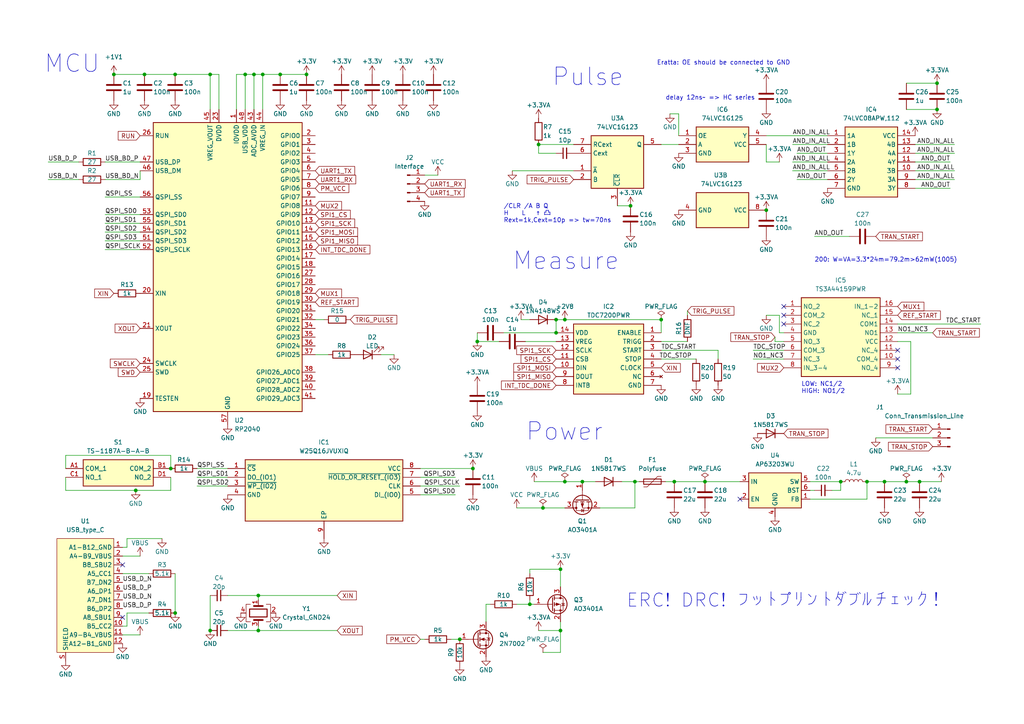
<source format=kicad_sch>
(kicad_sch (version 20230121) (generator eeschema)
  (paper "A4")
  (junction (at 195.58 139.7))
  (junction (at 137.16 135.89))
  (junction (at 162.56 165.1))
  (junction (at 163.83 139.7))
  (junction (at 162.56 182.88))
  (junction (at 262.89 139.7))
  (junction (at 271.78 24.13))
  (junction (at 81.28 21.59))
  (junction (at 157.48 147.32))
  (junction (at 168.91 139.7))
  (junction (at 204.47 139.7))
  (junction (at 184.15 139.7))
  (junction (at 39.37 142.24))
  (junction (at 182.88 59.69))
  (junction (at 74.93 172.72))
  (junction (at 153.67 175.26))
  (junction (at 161.29 96.52))
  (junction (at 74.93 182.88))
  (junction (at 138.43 99.06))
  (junction (at 243.84 139.7))
  (junction (at 73.66 21.59))
  (junction (at 71.12 21.59))
  (junction (at 49.53 135.89))
  (junction (at 88.9 21.59))
  (junction (at 163.83 92.71))
  (junction (at 251.46 139.7))
  (junction (at 156.21 41.91))
  (junction (at 191.77 92.71))
  (junction (at 266.7 139.7))
  (junction (at 60.96 182.88))
  (junction (at 33.02 21.59))
  (junction (at 271.78 31.75))
  (junction (at 222.25 60.96))
  (junction (at 76.2 21.59))
  (junction (at 161.29 92.71))
  (junction (at 41.91 21.59))
  (junction (at 50.8 177.8))
  (junction (at 133.35 185.42))
  (junction (at 50.8 21.59))
  (junction (at 256.54 139.7))
  (junction (at 60.96 21.59))
  (no_connect (at 214.63 144.78))
  (no_connect (at 227.33 88.9))
  (no_connect (at 260.35 106.68))
  (no_connect (at 35.56 179.07))
  (no_connect (at 227.33 93.98))
  (no_connect (at 260.35 101.6))
  (no_connect (at 35.56 163.83))
  (no_connect (at 227.33 91.44))
  (no_connect (at 260.35 104.14))
  (wire (pts (xy 132.08 138.43) (xy 121.92 138.43)))
  (wire (pts (xy 114.3 102.87) (xy 110.49 102.87)))
  (wire (pts (xy 265.43 52.07) (xy 276.86 52.07)))
  (wire (pts (xy 137.16 135.89) (xy 121.92 135.89)))
  (wire (pts (xy 74.93 172.72) (xy 97.79 172.72)))
  (wire (pts (xy 208.28 101.6) (xy 208.28 104.14)))
  (wire (pts (xy 142.24 175.26) (xy 140.97 175.26)))
  (wire (pts (xy 163.83 92.71) (xy 191.77 92.71)))
  (wire (pts (xy 191.77 104.14) (xy 201.93 104.14)))
  (wire (pts (xy 36.83 158.75) (xy 36.83 156.21)))
  (wire (pts (xy 149.86 147.32) (xy 157.48 147.32)))
  (wire (pts (xy 251.46 144.78) (xy 251.46 139.7)))
  (wire (pts (xy 156.21 41.91) (xy 156.21 44.45)))
  (wire (pts (xy 30.48 62.23) (xy 40.64 62.23)))
  (wire (pts (xy 191.77 101.6) (xy 208.28 101.6)))
  (wire (pts (xy 254 127) (xy 270.51 127)))
  (wire (pts (xy 226.06 96.52) (xy 226.06 91.44)))
  (wire (pts (xy 218.44 104.14) (xy 227.33 104.14)))
  (wire (pts (xy 19.05 135.89) (xy 19.05 132.08)))
  (wire (pts (xy 191.77 92.71) (xy 191.77 96.52)))
  (wire (pts (xy 260.35 114.3) (xy 264.16 114.3)))
  (wire (pts (xy 222.25 46.99) (xy 226.06 46.99)))
  (wire (pts (xy 30.48 69.85) (xy 40.64 69.85)))
  (wire (pts (xy 81.28 21.59) (xy 88.9 21.59)))
  (wire (pts (xy 276.86 41.91) (xy 265.43 41.91)))
  (wire (pts (xy 60.96 21.59) (xy 60.96 31.75)))
  (wire (pts (xy 229.87 49.53) (xy 240.03 49.53)))
  (wire (pts (xy 49.53 132.08) (xy 49.53 135.89)))
  (wire (pts (xy 191.77 41.91) (xy 196.85 41.91)))
  (wire (pts (xy 222.25 39.37) (xy 240.03 39.37)))
  (wire (pts (xy 50.8 21.59) (xy 60.96 21.59)))
  (wire (pts (xy 163.83 139.7) (xy 168.91 139.7)))
  (wire (pts (xy 40.64 184.15) (xy 35.56 184.15)))
  (wire (pts (xy 35.56 166.37) (xy 43.18 166.37)))
  (wire (pts (xy 63.5 21.59) (xy 63.5 31.75)))
  (wire (pts (xy 36.83 181.61) (xy 35.56 181.61)))
  (wire (pts (xy 262.89 31.75) (xy 271.78 31.75)))
  (wire (pts (xy 184.15 147.32) (xy 184.15 139.7)))
  (wire (pts (xy 60.96 172.72) (xy 60.96 182.88)))
  (wire (pts (xy 39.37 142.24) (xy 49.53 142.24)))
  (wire (pts (xy 41.91 21.59) (xy 50.8 21.59)))
  (wire (pts (xy 127 50.8) (xy 123.19 50.8)))
  (wire (pts (xy 40.64 52.07) (xy 30.48 52.07)))
  (wire (pts (xy 33.02 21.59) (xy 41.91 21.59)))
  (wire (pts (xy 74.93 173.99) (xy 74.93 172.72)))
  (wire (pts (xy 185.42 139.7) (xy 184.15 139.7)))
  (wire (pts (xy 231.14 44.45) (xy 240.03 44.45)))
  (wire (pts (xy 256.54 139.7) (xy 262.89 139.7)))
  (wire (pts (xy 57.15 135.89) (xy 66.04 135.89)))
  (wire (pts (xy 153.67 173.99) (xy 153.67 175.26)))
  (wire (pts (xy 138.43 96.52) (xy 138.43 99.06)))
  (wire (pts (xy 76.2 21.59) (xy 76.2 31.75)))
  (wire (pts (xy 222.25 91.44) (xy 226.06 91.44)))
  (wire (pts (xy 224.79 97.79) (xy 224.79 99.06)))
  (wire (pts (xy 195.58 139.7) (xy 193.04 139.7)))
  (wire (pts (xy 40.64 161.29) (xy 35.56 161.29)))
  (wire (pts (xy 162.56 189.23) (xy 157.48 189.23)))
  (wire (pts (xy 49.53 142.24) (xy 49.53 138.43)))
  (wire (pts (xy 140.97 175.26) (xy 140.97 180.34)))
  (wire (pts (xy 146.05 96.52) (xy 161.29 96.52)))
  (wire (pts (xy 163.83 92.71) (xy 161.29 92.71)))
  (wire (pts (xy 151.13 92.71) (xy 153.67 92.71)))
  (wire (pts (xy 168.91 139.7) (xy 172.72 139.7)))
  (wire (pts (xy 154.94 139.7) (xy 163.83 139.7)))
  (wire (pts (xy 262.89 24.13) (xy 271.78 24.13)))
  (wire (pts (xy 66.04 172.72) (xy 74.93 172.72)))
  (wire (pts (xy 162.56 182.88) (xy 156.21 182.88)))
  (wire (pts (xy 73.66 31.75) (xy 73.66 21.59)))
  (wire (pts (xy 133.35 140.97) (xy 121.92 140.97)))
  (wire (pts (xy 19.05 138.43) (xy 19.05 142.24)))
  (wire (pts (xy 180.34 139.7) (xy 184.15 139.7)))
  (wire (pts (xy 227.33 96.52) (xy 226.06 96.52)))
  (wire (pts (xy 275.59 46.99) (xy 265.43 46.99)))
  (wire (pts (xy 195.58 139.7) (xy 204.47 139.7)))
  (wire (pts (xy 260.35 96.52) (xy 270.51 96.52)))
  (wire (pts (xy 199.39 91.44) (xy 199.39 90.17)))
  (wire (pts (xy 36.83 156.21) (xy 46.99 156.21)))
  (wire (pts (xy 74.93 181.61) (xy 74.93 182.88)))
  (wire (pts (xy 36.83 177.8) (xy 43.18 177.8)))
  (wire (pts (xy 57.15 138.43) (xy 66.04 138.43)))
  (wire (pts (xy 36.83 177.8) (xy 36.83 181.61)))
  (wire (pts (xy 153.67 175.26) (xy 154.94 175.26)))
  (wire (pts (xy 60.96 21.59) (xy 63.5 21.59)))
  (wire (pts (xy 138.43 99.06) (xy 144.78 99.06)))
  (wire (pts (xy 276.86 49.53) (xy 265.43 49.53)))
  (wire (pts (xy 71.12 21.59) (xy 73.66 21.59)))
  (wire (pts (xy 161.29 92.71) (xy 161.29 96.52)))
  (wire (pts (xy 76.2 21.59) (xy 81.28 21.59)))
  (wire (pts (xy 66.04 182.88) (xy 74.93 182.88)))
  (wire (pts (xy 162.56 189.23) (xy 162.56 182.88)))
  (wire (pts (xy 93.98 92.71) (xy 91.44 92.71)))
  (wire (pts (xy 273.05 139.7) (xy 266.7 139.7)))
  (wire (pts (xy 265.43 44.45) (xy 276.86 44.45)))
  (wire (pts (xy 57.15 140.97) (xy 66.04 140.97)))
  (wire (pts (xy 148.59 49.53) (xy 166.37 49.53)))
  (wire (pts (xy 74.93 182.88) (xy 97.79 182.88)))
  (wire (pts (xy 68.58 31.75) (xy 68.58 21.59)))
  (wire (pts (xy 236.22 68.58) (xy 246.38 68.58)))
  (wire (pts (xy 234.95 144.78) (xy 251.46 144.78)))
  (wire (pts (xy 231.14 52.07) (xy 240.03 52.07)))
  (wire (pts (xy 196.85 33.02) (xy 194.31 33.02)))
  (wire (pts (xy 224.79 99.06) (xy 227.33 99.06)))
  (wire (pts (xy 35.56 158.75) (xy 36.83 158.75)))
  (wire (pts (xy 243.84 142.24) (xy 243.84 139.7)))
  (wire (pts (xy 19.05 132.08) (xy 49.53 132.08)))
  (wire (pts (xy 162.56 180.34) (xy 162.56 182.88)))
  (wire (pts (xy 30.48 46.99) (xy 40.64 46.99)))
  (wire (pts (xy 156.21 41.91) (xy 166.37 41.91)))
  (wire (pts (xy 68.58 21.59) (xy 71.12 21.59)))
  (wire (pts (xy 284.48 93.98) (xy 260.35 93.98)))
  (wire (pts (xy 153.67 165.1) (xy 162.56 165.1)))
  (wire (pts (xy 156.21 44.45) (xy 161.29 44.45)))
  (wire (pts (xy 152.4 99.06) (xy 161.29 99.06)))
  (wire (pts (xy 149.86 175.26) (xy 153.67 175.26)))
  (wire (pts (xy 71.12 31.75) (xy 71.12 21.59)))
  (wire (pts (xy 275.59 54.61) (xy 265.43 54.61)))
  (wire (pts (xy 218.44 101.6) (xy 227.33 101.6)))
  (wire (pts (xy 153.67 166.37) (xy 153.67 165.1)))
  (wire (pts (xy 229.87 41.91) (xy 240.03 41.91)))
  (wire (pts (xy 132.08 143.51) (xy 121.92 143.51)))
  (wire (pts (xy 13.97 46.99) (xy 22.86 46.99)))
  (wire (pts (xy 13.97 52.07) (xy 22.86 52.07)))
  (wire (pts (xy 236.22 142.24) (xy 234.95 142.24)))
  (wire (pts (xy 251.46 139.7) (xy 256.54 139.7)))
  (wire (pts (xy 264.16 99.06) (xy 260.35 99.06)))
  (wire (pts (xy 73.66 21.59) (xy 76.2 21.59)))
  (wire (pts (xy 173.99 147.32) (xy 184.15 147.32)))
  (wire (pts (xy 229.87 46.99) (xy 240.03 46.99)))
  (wire (pts (xy 30.48 67.31) (xy 40.64 67.31)))
  (wire (pts (xy 95.25 102.87) (xy 91.44 102.87)))
  (wire (pts (xy 30.48 72.39) (xy 40.64 72.39)))
  (wire (pts (xy 162.56 165.1) (xy 162.56 170.18)))
  (wire (pts (xy 19.05 142.24) (xy 39.37 142.24)))
  (wire (pts (xy 264.16 114.3) (xy 264.16 99.06)))
  (wire (pts (xy 121.92 185.42) (xy 123.19 185.42)))
  (wire (pts (xy 196.85 33.02) (xy 196.85 39.37)))
  (wire (pts (xy 222.25 41.91) (xy 222.25 46.99)))
  (wire (pts (xy 40.64 49.53) (xy 40.64 52.07)))
  (wire (pts (xy 204.47 139.7) (xy 214.63 139.7)))
  (wire (pts (xy 234.95 139.7) (xy 243.84 139.7)))
  (wire (pts (xy 262.89 139.7) (xy 266.7 139.7)))
  (wire (pts (xy 50.8 166.37) (xy 50.8 177.8)))
  (wire (pts (xy 157.48 147.32) (xy 163.83 147.32)))
  (wire (pts (xy 179.07 59.69) (xy 182.88 59.69)))
  (wire (pts (xy 30.48 64.77) (xy 40.64 64.77)))
  (wire (pts (xy 243.84 142.24) (xy 241.3 142.24)))
  (wire (pts (xy 191.77 99.06) (xy 199.39 99.06)))
  (wire (pts (xy 30.48 57.15) (xy 40.64 57.15)))
  (wire (pts (xy 130.81 185.42) (xy 133.35 185.42)))
  (text "LOW: NC1/2\nHIGH: NO1/2" (at 232.41 114.3 0) (effects (font (size 1.27 1.27)) (justify left bottom)))
  (text "200: W=VA=3.3*24m=79.2m>62mW(1005)" (at 236.22 76.2 0) (effects (font (size 1.27 1.27)) (justify left bottom)))
  (text "Pulse" (at 160.02 25.4 0) (effects (font (size 5.08 5.08)) (justify left bottom)))
  (text "Power" (at 152.4 128.27 0) (effects (font (size 5.08 5.08)) (justify left bottom)))
  (text "delay 12ns~ => HC series" (at 193.04 29.21 0) (effects (font (size 1.27 1.27)) (justify left bottom)))
  (text "ERC! DRC! フットプリントダブルチェック！" (at 181.61 176.53 0) (effects (font (size 3.81 3.81)) (justify left bottom)))
  (text "MCU" (at 12.7 21.59 0) (effects (font (size 5.08 5.08)) (justify left bottom)))
  (text "/CLR /A B Q\nH    L   ↑ 凸\nRext=1k,Cext=10p => tw=70ns" (at 146.05 64.77 0) (effects (font (size 1.27 1.27)) (justify left bottom)))
  (text "Eratta: OE should be connected to GND" (at 190.5 19.05 0) (effects (font (size 1.27 1.27)) (justify left bottom)))
  (text "Measure" (at 148.59 78.74 0) (effects (font (size 5.08 5.08)) (justify left bottom)))
  (label "USB_D_P" (at 35.56 176.53 0))
  (label "AND_IN_ALL" (at 229.87 49.53 0))
  (label "USB_D_P" (at 13.97 46.99 0))
  (label "USB_BD_N" (at 30.48 52.07 0))
  (label "AND_OUT" (at 236.22 68.58 0))
  (label "USB_BD_P" (at 30.48 46.99 0))
  (label "AND_IN_ALL" (at 229.87 39.37 0))
  (label "QSPI_SS" (at 30.48 57.15 0))
  (label "TDC_STOP" (at 218.44 101.6 0))
  (label "AND_OUT" (at 231.14 44.45 0))
  (label "QSPI_SD0" (at 30.48 62.23 0))
  (label "AND_IN_ALL" (at 276.86 44.45 180))
  (label "NO1_NC3" (at 260.35 96.52 0))
  (label "NO1_NC3" (at 218.44 104.14 0))
  (label "AND_OUT" (at 275.59 54.61 180))
  (label "QSPI_SD2" (at 30.48 67.31 0))
  (label "QSPI_SD1" (at 30.48 64.77 0))
  (label "AND_IN_ALL" (at 276.86 49.53 180))
  (label "QSPI_SD3" (at 132.08 138.43 180))
  (label "AND_IN_ALL" (at 276.86 52.07 180))
  (label "USB_D_P" (at 35.56 171.45 0))
  (label "USB_D_N" (at 13.97 52.07 0))
  (label "QSPI_SCLK" (at 133.35 140.97 180))
  (label "AND_IN_ALL" (at 229.87 46.99 0))
  (label "QSPI_SCLK" (at 30.48 72.39 0))
  (label "AND_IN_ALL" (at 229.87 41.91 0))
  (label "AND_OUT" (at 275.59 46.99 180))
  (label "QSPI_SD0" (at 132.08 143.51 180))
  (label "TDC_STOP" (at 200.66 104.14 180))
  (label "QSPI_SD2" (at 57.15 140.97 0))
  (label "QSPI_SS" (at 57.15 135.89 0))
  (label "TDC_START" (at 201.93 101.6 180))
  (label "TDC_START" (at 284.48 93.98 180))
  (label "USB_D_N" (at 35.56 168.91 0))
  (label "QSPI_SD3" (at 30.48 69.85 0))
  (label "AND_OUT" (at 231.14 52.07 0))
  (label "QSPI_SD1" (at 57.15 138.43 0))
  (label "USB_D_N" (at 35.56 173.99 0))
  (label "AND_IN_ALL" (at 276.86 41.91 180))
  (global_label "TRAN_STOP" (shape input) (at 270.51 129.54 180) (property "Intersheetrefs" "${INTERSHEET_REFS}" (effects hide)))
  (global_label "PM_VCC" (shape input) (at 121.92 185.42 180) (property "Intersheetrefs" "${INTERSHEET_REFS}" (effects hide)))
  (global_label "MUX1" (shape input) (at 260.35 88.9 0) (property "Intersheetrefs" "${INTERSHEET_REFS}" (effects hide)))
  (global_label "MUX2" (shape input) (at 227.33 106.68 180) (property "Intersheetrefs" "${INTERSHEET_REFS}" (effects hide)))
  (global_label "SPI1_SCK" (shape input) (at 91.44 64.77 0) (property "Intersheetrefs" "${INTERSHEET_REFS}" (effects hide)))
  (global_label "TRAN_START" (shape input) (at 270.51 124.46 180) (property "Intersheetrefs" "${INTERSHEET_REFS}" (effects hide)))
  (global_label "XOUT" (shape input) (at 40.64 95.25 180) (property "Intersheetrefs" "${INTERSHEET_REFS}" (effects hide)))
  (global_label "SPI1_MISO" (shape input) (at 91.44 69.85 0) (property "Intersheetrefs" "${INTERSHEET_REFS}" (effects hide)))
  (global_label "INT_TDC_DONE" (shape input) (at 91.44 72.39 0) (property "Intersheetrefs" "${INTERSHEET_REFS}" (effects hide)))
  (global_label "XIN" (shape input) (at 33.02 85.09 180) (property "Intersheetrefs" "${INTERSHEET_REFS}" (effects hide)))
  (global_label "SPI1_MOSI" (shape input) (at 161.29 106.68 180) (property "Intersheetrefs" "${INTERSHEET_REFS}" (effects hide)))
  (global_label "SPI1_SCK" (shape input) (at 161.29 101.6 180) (property "Intersheetrefs" "${INTERSHEET_REFS}" (effects hide)))
  (global_label "INT_TDC_DONE" (shape input) (at 161.29 111.76 180) (property "Intersheetrefs" "${INTERSHEET_REFS}" (effects hide)))
  (global_label "REF_START" (shape input) (at 260.35 91.44 0) (property "Intersheetrefs" "${INTERSHEET_REFS}" (effects hide)))
  (global_label "XIN" (shape input) (at 97.79 172.72 0) (property "Intersheetrefs" "${INTERSHEET_REFS}" (effects hide)))
  (global_label "TRAN_START" (shape input) (at 270.51 96.52 0) (property "Intersheetrefs" "${INTERSHEET_REFS}" (effects hide)))
  (global_label "TRIG_PULSE" (shape input) (at 101.6 92.71 0) (property "Intersheetrefs" "${INTERSHEET_REFS}" (effects hide)))
  (global_label "PM_VCC" (shape input) (at 91.44 54.61 0) (property "Intersheetrefs" "${INTERSHEET_REFS}" (effects hide)))
  (global_label "TRAN_STOP" (shape input) (at 224.79 97.79 180) (property "Intersheetrefs" "${INTERSHEET_REFS}" (effects hide)))
  (global_label "UART1_TX" (shape input) (at 91.44 49.53 0) (property "Intersheetrefs" "${INTERSHEET_REFS}" (effects hide)))
  (global_label "RUN" (shape input) (at 40.64 39.37 180) (property "Intersheetrefs" "${INTERSHEET_REFS}" (effects hide)))
  (global_label "SWCLK" (shape input) (at 40.64 105.41 180) (property "Intersheetrefs" "${INTERSHEET_REFS}" (effects hide)))
  (global_label "MUX1" (shape input) (at 91.44 85.09 0) (property "Intersheetrefs" "${INTERSHEET_REFS}" (effects hide)))
  (global_label "XIN" (shape input) (at 191.77 106.68 0) (property "Intersheetrefs" "${INTERSHEET_REFS}" (effects hide)))
  (global_label "SPI1_MOSI" (shape input) (at 91.44 67.31 0) (property "Intersheetrefs" "${INTERSHEET_REFS}" (effects hide)))
  (global_label "TRAN_STOP" (shape input) (at 227.33 125.73 0) (property "Intersheetrefs" "${INTERSHEET_REFS}" (effects hide)))
  (global_label "TRIG_PULSE" (shape input) (at 199.39 90.17 0) (property "Intersheetrefs" "${INTERSHEET_REFS}" (effects hide)))
  (global_label "TRAN_START" (shape input) (at 254 68.58 0) (property "Intersheetrefs" "${INTERSHEET_REFS}" (effects hide)))
  (global_label "SPI1_CS" (shape input) (at 91.44 62.23 0) (property "Intersheetrefs" "${INTERSHEET_REFS}" (effects hide)))
  (global_label "UART1_RX" (shape input) (at 123.19 53.34 0) (property "Intersheetrefs" "${INTERSHEET_REFS}" (effects hide)))
  (global_label "UART1_RX" (shape input) (at 91.44 52.07 0) (property "Intersheetrefs" "${INTERSHEET_REFS}" (effects hide)))
  (global_label "UART1_TX" (shape input) (at 123.19 55.88 0) (property "Intersheetrefs" "${INTERSHEET_REFS}" (effects hide)))
  (global_label "SPI1_CS" (shape input) (at 161.29 104.14 180) (property "Intersheetrefs" "${INTERSHEET_REFS}" (effects hide)))
  (global_label "REF_START" (shape input) (at 91.44 87.63 0) (property "Intersheetrefs" "${INTERSHEET_REFS}" (effects hide)))
  (global_label "SWD" (shape input) (at 40.64 107.95 180) (property "Intersheetrefs" "${INTERSHEET_REFS}" (effects hide)))
  (global_label "MUX2" (shape input) (at 91.44 59.69 0) (property "Intersheetrefs" "${INTERSHEET_REFS}" (effects hide)))
  (global_label "XOUT" (shape input) (at 97.79 182.88 0) (property "Intersheetrefs" "${INTERSHEET_REFS}" (effects hide)))
  (global_label "TRIG_PULSE" (shape input) (at 166.37 52.07 180) (property "Intersheetrefs" "${INTERSHEET_REFS}" (effects hide)))
  (global_label "SPI1_MISO" (shape input) (at 161.29 109.22 180) (property "Intersheetrefs" "${INTERSHEET_REFS}" (effects hide)))
  (symbol (lib_id "SamacSys_Parts:TS3A44159PWR") (at 227.33 88.9 0) (unit 1)
    (property "Reference" "IC5" (at 243.84 81.28 0))
    (property "Value" "TS3A44159PWR" (at 243.84 83.82 0))
    (property "Footprint" "SamacSys_Parts:SOP65P640X120-16N" (effects hide))
    (property "Datasheet" "http://www.ti.com/lit/ds/symlink/ts3a44159.pdf" (effects hide))
    (property "Height" "1.2" (effects hide))
    (property "Manufacturer_Name" "Texas Instruments" (effects hide))
    (property "Manufacturer_Part_Number" "TS3A44159PWR" (effects hide))
    (property "Mouser Part Number" "595-TS3A44159PWR" (effects hide))
    (property "Mouser Price/Stock" "https://www.mouser.co.uk/ProductDetail/Texas-Instruments/TS3A44159PWR?qs=dB0LedT%252BmmARd7quMk3vJQ%3D%3D" (effects hide))
    (property "Arrow Part Number" "TS3A44159PWR" (effects hide))
    (property "Arrow Price/Stock" "https://www.arrow.com/en/products/ts3a44159pwr/texas-instruments?region=nac" (effects hide))
  )
  (symbol (lib_id "Device:R") (at 199.39 95.25 180) (unit 1)
    (property "Reference" "R16" (at 196.85 95.25 90))
    (property "Value" "DNF" (at 199.39 95.25 90))
    (property "Footprint" "Resistor_SMD:R_0402_1005Metric" (effects hide))
  )
  (symbol (lib_id "power:GND") (at 123.19 58.42 0) (unit 1)
    (property "Reference" "#PWR02" (effects hide))
    (property "Value" "GND" (at 123.19 62.23 0))
  )
  (symbol (lib_id "Device:R") (at 26.67 46.99 90) (unit 1)
    (property "Reference" "R1" (at 26.67 44.45 90))
    (property "Value" "27" (at 26.67 46.99 90))
    (property "Footprint" "Resistor_SMD:R_0603_1608Metric" (effects hide))
  )
  (symbol (lib_id "power:+3.3VA") (at 226.06 46.99 0) (unit 1)
    (property "Reference" "#PWR056" (effects hide))
    (property "Value" "+3.3VA" (at 226.06 43.18 0))
  )
  (symbol (lib_id "power:+3.3V") (at 125.73 21.59 0) (unit 1)
    (property "Reference" "#PWR031" (effects hide))
    (property "Value" "+3.3V" (at 125.73 17.78 0))
  )
  (symbol (lib_id "Device:R") (at 201.93 107.95 0) (unit 1)
    (property "Reference" "R20" (at 203.2 106.68 0) (effects (justify left)))
    (property "Value" "50" (at 203.2 109.22 0) (effects (justify left)))
    (property "Footprint" "Resistor_SMD:R_0603_1608Metric" (effects hide))
  )
  (symbol (lib_id "Transistor_FET:AO3401A") (at 168.91 144.78 90) (mirror x) (unit 1)
    (property "Reference" "Q1" (at 168.91 151.13 90))
    (property "Value" "AO3401A" (at 168.91 153.67 90))
    (property "Footprint" "Package_TO_SOT_SMD:SOT-23" (effects hide))
    (property "Datasheet" "http://www.aosmd.com/pdfs/datasheet/AO3401A.pdf" (effects hide))
  )
  (symbol (lib_id "power:GND") (at 107.95 29.21 0) (unit 1)
    (property "Reference" "#PWR026" (effects hide))
    (property "Value" "GND" (at 107.95 33.02 0))
  )
  (symbol (lib_id "power:GND") (at 219.71 125.73 0) (unit 1)
    (property "Reference" "#PWR069" (effects hide))
    (property "Value" "GND" (at 219.71 129.54 0))
  )
  (symbol (lib_id "Device:C_Small") (at 163.83 44.45 90) (unit 1)
    (property "Reference" "C15" (at 163.8363 38.1 90))
    (property "Value" "10p" (at 163.8363 40.64 90))
    (property "Footprint" "Capacitor_SMD:C_0402_1005Metric" (effects hide))
  )
  (symbol (lib_id "power:VCC") (at 127 50.8 0) (unit 1)
    (property "Reference" "#PWR057" (effects hide))
    (property "Value" "VCC" (at 127 46.99 0))
  )
  (symbol (lib_id "Device:C") (at 88.9 25.4 0) (unit 1)
    (property "Reference" "C7" (at 91.44 24.13 0) (effects (justify left)))
    (property "Value" "100n" (at 91.44 26.67 0) (effects (justify left)))
    (property "Footprint" "Capacitor_SMD:C_0402_1005Metric" (effects hide))
  )
  (symbol (lib_id "power:GND") (at 195.58 147.32 0) (unit 1)
    (property "Reference" "#PWR044" (effects hide))
    (property "Value" "GND" (at 195.58 151.13 0))
  )
  (symbol (lib_id "power:+3.3V") (at 137.16 135.89 0) (unit 1)
    (property "Reference" "#PWR029" (effects hide))
    (property "Value" "+3.3V" (at 137.16 132.08 0))
  )
  (symbol (lib_id "power:+3.3VA") (at 222.25 24.13 0) (unit 1)
    (property "Reference" "#PWR051" (effects hide))
    (property "Value" "+3.3VA" (at 222.25 20.32 0))
  )
  (symbol (lib_id "power:PWR_FLAG") (at 191.77 92.71 0) (unit 1)
    (property "Reference" "#FLG06" (effects hide))
    (property "Value" "PWR_FLAG" (at 191.77 88.9 0))
  )
  (symbol (lib_id "Device:C") (at 204.47 143.51 0) (unit 1)
    (property "Reference" "C18" (at 207.01 142.24 0) (effects (justify left)))
    (property "Value" "22u" (at 207.01 144.78 0) (effects (justify left)))
    (property "Footprint" "Capacitor_SMD:C_0603_1608Metric" (effects hide))
  )
  (symbol (lib_id "power:GND") (at 182.88 67.31 0) (unit 1)
    (property "Reference" "#PWR041" (effects hide))
    (property "Value" "GND" (at 182.88 71.12 0))
  )
  (symbol (lib_id "power:+2V8") (at 163.83 92.71 0) (unit 1)
    (property "Reference" "#PWR042" (effects hide))
    (property "Value" "+2V8" (at 163.83 88.9 0))
  )
  (symbol (lib_id "Device:C") (at 99.06 25.4 0) (unit 1)
    (property "Reference" "C8" (at 101.6 24.13 0) (effects (justify left)))
    (property "Value" "100n" (at 101.6 26.67 0) (effects (justify left)))
    (property "Footprint" "Capacitor_SMD:C_0402_1005Metric" (effects hide))
  )
  (symbol (lib_id "Device:C_Small") (at 238.76 142.24 90) (unit 1)
    (property "Reference" "C22" (at 238.7663 135.89 90))
    (property "Value" "100n" (at 238.7663 138.43 90))
    (property "Footprint" "Capacitor_SMD:C_0402_1005Metric" (effects hide))
  )
  (symbol (lib_id "power:GND") (at 41.91 29.21 0) (unit 1)
    (property "Reference" "#PWR010" (effects hide))
    (property "Value" "GND" (at 41.91 33.02 0))
  )
  (symbol (lib_id "Device:Polyfuse") (at 189.23 139.7 90) (unit 1)
    (property "Reference" "F1" (at 189.23 133.35 90))
    (property "Value" "Polyfuse" (at 189.23 135.89 90))
    (property "Footprint" "Fuse:Fuse_0603_1608Metric" (effects hide))
  )
  (symbol (lib_id "power:PWR_FLAG") (at 163.83 139.7 0) (unit 1)
    (property "Reference" "#FLG02" (effects hide))
    (property "Value" "PWR_FLAG" (at 163.83 135.89 0))
  )
  (symbol (lib_id "Device:C") (at 250.19 68.58 90) (unit 1)
    (property "Reference" "C27" (at 250.19 62.23 90))
    (property "Value" "100n" (at 250.19 64.77 90))
    (property "Footprint" "Capacitor_SMD:C_0402_1005Metric" (effects hide))
  )
  (symbol (lib_id "SamacSys_Parts:TS-1187A-B-A-B") (at 19.05 135.89 0) (unit 1)
    (property "Reference" "S1" (at 34.29 128.27 0))
    (property "Value" "TS-1187A-B-A-B" (at 34.29 130.81 0))
    (property "Footprint" "TS1187ABAB" (effects hide))
    (property "Datasheet" "http://www.helloxkb.com/public/images/pdf/TS-1187A-X-X-X.pdf" (effects hide))
    (property "Height" "4.05" (effects hide))
    (property "Manufacturer_Name" "XKB Connectivity" (effects hide))
    (property "Manufacturer_Part_Number" "TS-1187A-B-A-B" (effects hide))
  )
  (symbol (lib_id "power:GND") (at 80.01 177.8 0) (unit 1)
    (property "Reference" "#PWR019" (effects hide))
    (property "Value" "GND" (at 80.01 181.61 0))
  )
  (symbol (lib_id "power:GND") (at 125.73 29.21 0) (unit 1)
    (property "Reference" "#PWR032" (effects hide))
    (property "Value" "GND" (at 125.73 33.02 0))
  )
  (symbol (lib_id "power:+3.3VA") (at 156.21 182.88 0) (unit 1)
    (property "Reference" "#PWR039" (effects hide))
    (property "Value" "+3.3VA" (at 156.21 179.07 0))
  )
  (symbol (lib_id "power:GND") (at 60.96 182.88 0) (unit 1)
    (property "Reference" "#PWR015" (effects hide))
    (property "Value" "GND" (at 60.96 186.69 0))
  )
  (symbol (lib_id "power:GND") (at 191.77 111.76 0) (unit 1)
    (property "Reference" "#PWR043" (effects hide))
    (property "Value" "GND" (at 191.77 115.57 0))
  )
  (symbol (lib_id "power:+3.3VA") (at 222.25 60.96 0) (unit 1)
    (property "Reference" "#PWR053" (effects hide))
    (property "Value" "+3.3VA" (at 222.25 57.15 0))
  )
  (symbol (lib_id "power:GND") (at 208.28 111.76 0) (unit 1)
    (property "Reference" "#PWR072" (effects hide))
    (property "Value" "GND" (at 208.28 115.57 0))
  )
  (symbol (lib_id "power:GND") (at 254 127 0) (unit 1)
    (property "Reference" "#PWR061" (effects hide))
    (property "Value" "GND" (at 254 130.81 0))
  )
  (symbol (lib_id "power:PWR_FLAG") (at 157.48 147.32 0) (unit 1)
    (property "Reference" "#FLG01" (effects hide))
    (property "Value" "PWR_FLAG" (at 157.48 143.51 0))
  )
  (symbol (lib_id "Device:C") (at 107.95 25.4 0) (unit 1)
    (property "Reference" "C9" (at 110.49 24.13 0) (effects (justify left)))
    (property "Value" "100n" (at 110.49 26.67 0) (effects (justify left)))
    (property "Footprint" "Capacitor_SMD:C_0402_1005Metric" (effects hide))
  )
  (symbol (lib_id "Device:R") (at 97.79 92.71 90) (unit 1)
    (property "Reference" "R15" (at 97.79 90.17 90))
    (property "Value" "0" (at 97.79 92.71 90))
    (property "Footprint" "Resistor_SMD:R_0402_1005Metric" (effects hide))
  )
  (symbol (lib_id "power:GND") (at 46.99 156.21 0) (unit 1)
    (property "Reference" "#PWR012" (effects hide))
    (property "Value" "GND" (at 46.99 160.02 0))
  )
  (symbol (lib_id "Device:C") (at 81.28 25.4 0) (unit 1)
    (property "Reference" "C6" (at 83.82 24.13 0) (effects (justify left)))
    (property "Value" "1u" (at 83.82 26.67 0) (effects (justify left)))
    (property "Footprint" "Capacitor_SMD:C_0402_1005Metric" (effects hide))
  )
  (symbol (lib_id "power:VBUS") (at 40.64 161.29 0) (unit 1)
    (property "Reference" "#PWR08" (effects hide))
    (property "Value" "VBUS" (at 40.64 157.48 0))
  )
  (symbol (lib_id "Device:C") (at 148.59 99.06 90) (unit 1)
    (property "Reference" "C14" (at 148.59 92.71 90))
    (property "Value" "1u" (at 148.59 95.25 90))
    (property "Footprint" "Capacitor_SMD:C_0402_1005Metric" (effects hide))
  )
  (symbol (lib_id "power:PWR_FLAG") (at 204.47 139.7 0) (unit 1)
    (property "Reference" "#FLG04" (effects hide))
    (property "Value" "PWR_FLAG" (at 204.47 135.89 0))
  )
  (symbol (lib_id "power:GND") (at 196.85 60.96 0) (unit 1)
    (property "Reference" "#PWR047" (effects hide))
    (property "Value" "GND" (at 196.85 64.77 0))
  )
  (symbol (lib_id "Device:C") (at 256.54 143.51 0) (unit 1)
    (property "Reference" "C23" (at 259.08 142.24 0) (effects (justify left)))
    (property "Value" "22u" (at 259.08 144.78 0) (effects (justify left)))
    (property "Footprint" "Capacitor_SMD:C_0603_1608Metric" (effects hide))
  )
  (symbol (lib_id "Device:C") (at 125.73 25.4 0) (unit 1)
    (property "Reference" "C12" (at 128.27 24.13 0) (effects (justify left)))
    (property "Value" "100n" (at 128.27 26.67 0) (effects (justify left)))
    (property "Footprint" "Capacitor_SMD:C_0402_1005Metric" (effects hide))
  )
  (symbol (lib_id "SamacSys_Parts:W25Q16JVUXIQ") (at 66.04 135.89 0) (unit 1)
    (property "Reference" "IC1" (at 93.98 128.27 0))
    (property "Value" "W25Q16JVUXIQ" (at 93.98 130.81 0))
    (property "Footprint" "SamacSys_Parts:SON50P300X200X60-9N" (effects hide))
    (property "Datasheet" "https://www.winbond.com/hq/search-resource-file.jsp?partNo=W25Q16JVUXIQ&type=datasheet" (effects hide))
    (property "Height" "0.6" (effects hide))
    (property "Manufacturer_Name" "Winbond" (effects hide))
    (property "Manufacturer_Part_Number" "W25Q16JVUXIQ" (effects hide))
  )
  (symbol (lib_id "tdc-tdt-lib:USB_type_C") (at 19.05 189.23 0) (unit 1)
    (property "Reference" "U1" (at 24.765 151.13 0))
    (property "Value" "USB_type_C" (at 24.765 153.67 0))
    (property "Footprint" "tdc-tdt-lib:USB_type_C" (effects hide))
  )
  (symbol (lib_id "power:GND") (at 66.04 143.51 0) (unit 1)
    (property "Reference" "#PWR011" (effects hide))
    (property "Value" "GND" (at 66.04 147.32 0))
  )
  (symbol (lib_id "power:+1V1") (at 33.02 21.59 0) (unit 1)
    (property "Reference" "#PWR04" (effects hide))
    (property "Value" "+1V1" (at 33.02 16.51 0))
  )
  (symbol (lib_id "power:GND") (at 201.93 111.76 0) (unit 1)
    (property "Reference" "#PWR074" (effects hide))
    (property "Value" "GND" (at 201.93 115.57 0))
  )
  (symbol (lib_id "Device:R") (at 53.34 135.89 90) (unit 1)
    (property "Reference" "R14" (at 53.34 133.35 90))
    (property "Value" "1k" (at 53.34 135.89 90))
    (property "Footprint" "Resistor_SMD:R_0402_1005Metric" (effects hide))
  )
  (symbol (lib_id "Device:R") (at 46.99 166.37 90) (unit 1)
    (property "Reference" "R3" (at 46.99 163.83 90))
    (property "Value" "5.1k" (at 46.99 166.37 90))
    (property "Footprint" "Resistor_SMD:R_0402_1005Metric" (effects hide))
  )
  (symbol (lib_id "Device:C") (at 137.16 139.7 0) (unit 1)
    (property "Reference" "C11" (at 139.7 138.43 0) (effects (justify left)))
    (property "Value" "100n" (at 139.7 140.97 0) (effects (justify left)))
    (property "Footprint" "Capacitor_SMD:C_0402_1005Metric" (effects hide))
  )
  (symbol (lib_id "Device:R") (at 133.35 189.23 180) (unit 1)
    (property "Reference" "R9" (at 130.81 189.23 90))
    (property "Value" "10k" (at 133.35 189.23 90))
    (property "Footprint" "Resistor_SMD:R_0402_1005Metric" (effects hide))
  )
  (symbol (lib_id "Device:C") (at 222.25 64.77 0) (unit 1)
    (property "Reference" "C21" (at 224.79 63.5 0) (effects (justify left)))
    (property "Value" "100n" (at 224.79 66.04 0) (effects (justify left)))
    (property "Footprint" "Capacitor_SMD:C_0402_1005Metric" (effects hide))
  )
  (symbol (lib_id "74xGxx:74LVC1G123") (at 209.55 60.96 270) (unit 2)
    (property "Reference" "U3" (at 207.01 50.8 90) (effects (justify left)))
    (property "Value" "74LVC1G123" (at 203.2 53.34 90) (effects (justify left)))
    (property "Footprint" "Package_SO:TSSOP-8_3x3mm_P0.65mm" (effects hide))
    (property "Datasheet" "http://www.ti.com/lit/ds/symlink/sn74lvc1g123.pdf" (effects hide))
  )
  (symbol (lib_id "Device:R") (at 153.67 170.18 180) (unit 1)
    (property "Reference" "R6" (at 151.13 170.18 90))
    (property "Value" "10k" (at 153.67 170.18 90))
    (property "Footprint" "Resistor_SMD:R_0402_1005Metric" (effects hide))
  )
  (symbol (lib_id "Device:R") (at 146.05 175.26 90) (unit 1)
    (property "Reference" "R10" (at 146.05 172.72 90))
    (property "Value" "1k" (at 146.05 175.26 90))
    (property "Footprint" "Resistor_SMD:R_0402_1005Metric" (effects hide))
  )
  (symbol (lib_id "Device:C_Small") (at 63.5 182.88 270) (unit 1)
    (property "Reference" "C5" (at 63.5 177.8 90))
    (property "Value" "20p" (at 63.5 180.34 90))
    (property "Footprint" "Capacitor_SMD:C_0402_1005Metric" (effects hide))
  )
  (symbol (lib_id "power:GND") (at 69.85 177.8 0) (unit 1)
    (property "Reference" "#PWR017" (effects hide))
    (property "Value" "GND" (at 69.85 181.61 0))
  )
  (symbol (lib_id "Device:C") (at 142.24 96.52 90) (unit 1)
    (property "Reference" "C13" (at 142.24 90.17 90))
    (property "Value" "100n" (at 142.24 92.71 90))
    (property "Footprint" "Capacitor_SMD:C_0402_1005Metric" (effects hide))
  )
  (symbol (lib_id "Device:R") (at 99.06 102.87 90) (unit 1)
    (property "Reference" "R8" (at 99.06 100.33 90))
    (property "Value" "1k" (at 99.06 102.87 90))
    (property "Footprint" "Resistor_SMD:R_0402_1005Metric" (effects hide))
  )
  (symbol (lib_id "Device:R") (at 156.21 38.1 0) (unit 1)
    (property "Reference" "R7" (at 157.48 36.83 0) (effects (justify left)))
    (property "Value" "1k" (at 157.48 39.37 0) (effects (justify left)))
    (property "Footprint" "Resistor_SMD:R_0402_1005Metric" (effects hide))
  )
  (symbol (lib_id "Regulator_Switching:AP63203WU") (at 224.79 142.24 0) (unit 1)
    (property "Reference" "U4" (at 224.79 132.08 0))
    (property "Value" "AP63203WU" (at 224.79 134.62 0))
    (property "Footprint" "Package_TO_SOT_SMD:TSOT-23-6" (effects hide))
    (property "Datasheet" "https://www.diodes.com/assets/Datasheets/AP63200-AP63201-AP63203-AP63205.pdf" (effects hide))
  )
  (symbol (lib_id "Device:C") (at 195.58 143.51 0) (unit 1)
    (property "Reference" "C17" (at 198.12 142.24 0) (effects (justify left)))
    (property "Value" "22u" (at 198.12 144.78 0) (effects (justify left)))
    (property "Footprint" "Capacitor_SMD:C_0603_1608Metric" (effects hide))
  )
  (symbol (lib_id "SamacSys_Parts:74LVC08APW,112") (at 240.03 39.37 0) (unit 1)
    (property "Reference" "IC4" (at 252.73 31.75 0))
    (property "Value" "74LVC08APW,112" (at 252.73 34.29 0))
    (property "Footprint" "SamacSys_Parts:SOP65P640X110-14N" (effects hide))
    (property "Datasheet" "https://assets.nexperia.com/documents/data-sheet/74LVC08A.pdf" (effects hide))
    (property "Height" "1.1" (effects hide))
    (property "Manufacturer_Name" "Nexperia" (effects hide))
    (property "Manufacturer_Part_Number" "74LVC08APW,112" (effects hide))
    (property "Mouser Part Number" "771-74LVC08APW" (effects hide))
    (property "Mouser Price/Stock" "https://www.mouser.com/Search/Refine.aspx?Keyword=771-74LVC08APW" (effects hide))
    (property "Arrow Part Number" "74LVC08APW,112" (effects hide))
    (property "Arrow Price/Stock" "https://www.arrow.com/en/products/74lvc08apw112/nexperia?region=europe" (effects hide))
  )
  (symbol (lib_id "74xGxx:74LVC1G123") (at 179.07 46.99 0) (unit 1)
    (property "Reference" "U3" (at 179.07 34.29 0))
    (property "Value" "74LVC1G123" (at 179.07 36.83 0))
    (property "Footprint" "Package_SO:TSSOP-8_3x3mm_P0.65mm" (effects hide))
    (property "Datasheet" "http://www.ti.com/lit/ds/symlink/sn74lvc1g123.pdf" (effects hide))
  )
  (symbol (lib_id "Transistor_FET:2N7002") (at 138.43 185.42 0) (unit 1)
    (property "Reference" "Q4" (at 144.78 184.15 0) (effects (justify left)))
    (property "Value" "2N7002" (at 144.78 186.69 0) (effects (justify left)))
    (property "Footprint" "Package_TO_SOT_SMD:SOT-23" (effects hide))
    (property "Datasheet" "https://www.onsemi.com/pub/Collateral/NDS7002A-D.PDF" (effects hide))
  )
  (symbol (lib_id "power:+3.3VA") (at 265.43 39.37 0) (unit 1)
    (property "Reference" "#PWR064" (effects hide))
    (property "Value" "+3.3VA" (at 265.43 35.56 0))
  )
  (symbol (lib_id "Device:R") (at 127 185.42 90) (unit 1)
    (property "Reference" "R5" (at 127 182.88 90))
    (property "Value" "1k" (at 127 185.42 90))
    (property "Footprint" "Resistor_SMD:R_0402_1005Metric" (effects hide))
  )
  (symbol (lib_id "power:GND") (at 204.47 147.32 0) (unit 1)
    (property "Reference" "#PWR048" (effects hide))
    (property "Value" "GND" (at 204.47 151.13 0))
  )
  (symbol (lib_id "MCU_RaspberryPi:RP2040") (at 66.04 77.47 0) (unit 1)
    (property "Reference" "U2" (at 67.9959 121.92 0) (effects (justify left)))
    (property "Value" "RP2040" (at 67.9959 124.46 0) (effects (justify left)))
    (property "Footprint" "Package_DFN_QFN:QFN-56-1EP_7x7mm_P0.4mm_EP3.2x3.2mm" (effects hide))
    (property "Datasheet" "https://datasheets.raspberrypi.com/rp2040/rp2040-datasheet.pdf" (effects hide))
  )
  (symbol (lib_id "power:GND") (at 66.04 123.19 0) (unit 1)
    (property "Reference" "#PWR016" (effects hide))
    (property "Value" "GND" (at 66.04 127 0))
  )
  (symbol (lib_id "power:GND") (at 196.85 44.45 0) (unit 1)
    (property "Reference" "#PWR046" (effects hide))
    (property "Value" "GND" (at 196.85 48.26 0))
  )
  (symbol (lib_id "power:GND") (at 114.3 102.87 0) (unit 1)
    (property "Reference" "#PWR062" (effects hide))
    (property "Value" "GND" (at 114.3 106.68 0))
  )
  (symbol (lib_id "Device:R") (at 208.28 107.95 0) (unit 1)
    (property "Reference" "R19" (at 209.55 106.68 0) (effects (justify left)))
    (property "Value" "50" (at 209.55 109.22 0) (effects (justify left)))
    (property "Footprint" "Resistor_SMD:R_0603_1608Metric" (effects hide))
  )
  (symbol (lib_id "Diode:1N4148") (at 176.53 139.7 180) (unit 1)
    (property "Reference" "D1" (at 176.53 133.35 0))
    (property "Value" "1N5817WS" (at 176.53 135.89 0))
    (property "Footprint" "Diode_SMD:D_SOD-323" (effects hide))
  )
  (symbol (lib_id "power:GND") (at 99.06 29.21 0) (unit 1)
    (property "Reference" "#PWR024" (effects hide))
    (property "Value" "GND" (at 99.06 33.02 0))
  )
  (symbol (lib_id "Device:R") (at 26.67 52.07 90) (unit 1)
    (property "Reference" "R2" (at 26.67 49.53 90))
    (property "Value" "27" (at 26.67 52.07 90))
    (property "Footprint" "Resistor_SMD:R_0603_1608Metric" (effects hide))
  )
  (symbol (lib_id "Device:C") (at 262.89 27.94 0) (unit 1)
    (property "Reference" "C26" (at 265.43 26.67 0) (effects (justify left)))
    (property "Value" "1u" (at 265.43 29.21 0) (effects (justify left)))
    (property "Footprint" "Capacitor_SMD:C_0402_1005Metric" (effects hide))
  )
  (symbol (lib_id "Device:C") (at 266.7 143.51 0) (unit 1)
    (property "Reference" "C24" (at 269.24 142.24 0) (effects (justify left)))
    (property "Value" "22u" (at 269.24 144.78 0) (effects (justify left)))
    (property "Footprint" "Capacitor_SMD:C_0603_1608Metric" (effects hide))
  )
  (symbol (lib_id "power:GND") (at 138.43 119.38 0) (unit 1)
    (property "Reference" "#PWR050" (effects hide))
    (property "Value" "GND" (at 138.43 123.19 0))
  )
  (symbol (lib_id "power:GND") (at 133.35 193.04 0) (unit 1)
    (property "Reference" "#PWR075" (effects hide))
    (property "Value" "GND" (at 133.35 196.85 0))
  )
  (symbol (lib_id "power:GND") (at 33.02 29.21 0) (unit 1)
    (property "Reference" "#PWR05" (effects hide))
    (property "Value" "GND" (at 33.02 33.02 0))
  )
  (symbol (lib_id "power:GND") (at 140.97 190.5 0) (unit 1)
    (property "Reference" "#PWR070" (effects hide))
    (property "Value" "GND" (at 140.97 194.31 0))
  )
  (symbol (lib_id "power:GND") (at 81.28 29.21 0) (unit 1)
    (property "Reference" "#PWR020" (effects hide))
    (property "Value" "GND" (at 81.28 33.02 0))
  )
  (symbol (lib_id "power:+3.3V") (at 116.84 21.59 0) (unit 1)
    (property "Reference" "#PWR027" (effects hide))
    (property "Value" "+3.3V" (at 116.84 17.78 0))
  )
  (symbol (lib_id "power:+3.3VA") (at 138.43 111.76 0) (unit 1)
    (property "Reference" "#PWR049" (effects hide))
    (property "Value" "+3.3VA" (at 138.43 107.95 0))
  )
  (symbol (lib_id "power:GND") (at 148.59 49.53 0) (unit 1)
    (property "Reference" "#PWR034" (effects hide))
    (property "Value" "GND" (at 148.59 53.34 0))
  )
  (symbol (lib_id "Device:L") (at 247.65 139.7 90) (unit 1)
    (property "Reference" "L1" (at 247.65 134.62 90))
    (property "Value" "4.7u" (at 247.65 137.16 90))
    (property "Footprint" "Inductor_SMD:L_0603_1608Metric" (effects hide))
  )
  (symbol (lib_id "power:PWR_FLAG") (at 262.89 139.7 0) (unit 1)
    (property "Reference" "#FLG03" (effects hide))
    (property "Value" "PWR_FLAG" (at 262.89 135.89 0))
  )
  (symbol (lib_id "power:GND") (at 224.79 149.86 0) (unit 1)
    (property "Reference" "#PWR055" (effects hide))
    (property "Value" "GND" (at 224.79 153.67 0))
  )
  (symbol (lib_id "Device:C") (at 138.43 115.57 0) (unit 1)
    (property "Reference" "C19" (at 140.97 114.3 0) (effects (justify left)))
    (property "Value" "100n" (at 140.97 116.84 0) (effects (justify left)))
    (property "Footprint" "Capacitor_SMD:C_0402_1005Metric" (effects hide))
  )
  (symbol (lib_id "power:GND") (at 39.37 142.24 0) (unit 1)
    (property "Reference" "#PWR03" (effects hide))
    (property "Value" "GND" (at 39.37 146.05 0))
  )
  (symbol (lib_id "power:GND") (at 194.31 33.02 0) (unit 1)
    (property "Reference" "#PWR045" (effects hide))
    (property "Value" "GND" (at 194.31 36.83 0))
  )
  (symbol (lib_id "power:GND") (at 138.43 99.06 0) (unit 1)
    (property "Reference" "#PWR033" (effects hide))
    (property "Value" "GND" (at 138.43 102.87 0))
  )
  (symbol (lib_id "power:+3.3VA") (at 271.78 24.13 0) (unit 1)
    (property "Reference" "#PWR066" (effects hide))
    (property "Value" "+3.3VA" (at 271.78 20.32 0))
  )
  (symbol (lib_id "power:GND") (at 88.9 29.21 0) (unit 1)
    (property "Reference" "#PWR022" (effects hide))
    (property "Value" "GND" (at 88.9 33.02 0))
  )
  (symbol (lib_id "power:GND") (at 240.03 54.61 0) (unit 1)
    (property "Reference" "#PWR060" (effects hide))
    (property "Value" "GND" (at 240.03 58.42 0))
  )
  (symbol (lib_id "Device:R") (at 46.99 177.8 90) (unit 1)
    (property "Reference" "R4" (at 46.99 175.26 90))
    (property "Value" "5.1k" (at 46.99 177.8 90))
    (property "Footprint" "Resistor_SMD:R_0402_1005Metric" (effects hide))
  )
  (symbol (lib_id "SamacSys_Parts:74HC1G126GW,125") (at 196.85 39.37 0) (unit 1)
    (property "Reference" "IC6" (at 209.55 31.75 0))
    (property "Value" "74LVC1G125" (at 209.55 34.29 0))
    (property "Footprint" "SamacSys_Parts:SOT65P212X110-5N" (effects hide))
    (property "Datasheet" "https://assets.nexperia.com/documents/data-sheet/74HC_HCT1G126.pdf" (effects hide))
    (property "Height" "1.1" (effects hide))
    (property "Manufacturer_Name" "Nexperia" (effects hide))
    (property "Manufacturer_Part_Number" "74HC1G126GW,125" (effects hide))
    (property "Mouser Part Number" "771-HC1G126GW125" (effects hide))
    (property "Mouser Price/Stock" "https://www.mouser.co.uk/ProductDetail/Nexperia/74HC1G126GW125?qs=P62ublwmbi%252BCQYB5TZ7Nhw%3D%3D" (effects hide))
    (property "Arrow Part Number" "74HC1G126GW,125" (effects hide))
    (property "Arrow Price/Stock" "https://www.arrow.com/en/products/74hc1g126gw125/nexperia" (effects hide))
  )
  (symbol (lib_id "power:VCC") (at 149.86 147.32 0) (unit 1)
    (property "Reference" "#PWR035" (effects hide))
    (property "Value" "VCC" (at 149.86 143.51 0))
  )
  (symbol (lib_id "power:GND") (at 137.16 143.51 0) (unit 1)
    (property "Reference" "#PWR030" (effects hide))
    (property "Value" "GND" (at 137.16 147.32 0))
  )
  (symbol (lib_id "Device:LED") (at 106.68 102.87 180) (unit 1)
    (property "Reference" "D2" (at 107.95 97.79 0))
    (property "Value" "LED" (at 107.95 100.33 0))
    (property "Footprint" "LED_SMD:LED_0603_1608Metric" (effects hide))
  )
  (symbol (lib_id "power:GND") (at 222.25 68.58 0) (unit 1)
    (property "Reference" "#PWR054" (effects hide))
    (property "Value" "GND" (at 222.25 72.39 0))
  )
  (symbol (lib_id "power:GND") (at 50.8 177.8 0) (unit 1)
    (property "Reference" "#PWR014" (effects hide))
    (property "Value" "GND" (at 50.8 181.61 0))
  )
  (symbol (lib_id "power:+3.3V") (at 162.56 165.1 0) (unit 1)
    (property "Reference" "#PWR059" (effects hide))
    (property "Value" "+3.3V" (at 162.56 161.29 0))
  )
  (symbol (lib_id "Device:C") (at 222.25 27.94 0) (unit 1)
    (property "Reference" "C20" (at 224.79 26.67 0) (effects (justify left)))
    (property "Value" "100n" (at 224.79 29.21 0) (effects (justify left)))
    (property "Footprint" "Capacitor_SMD:C_0402_1005Metric" (effects hide))
  )
  (symbol (lib_id "power:+3.3VA") (at 156.21 34.29 0) (unit 1)
    (property "Reference" "#PWR037" (effects hide))
    (property "Value" "+3.3VA" (at 156.21 30.48 0))
  )
  (symbol (lib_id "Device:C") (at 41.91 25.4 0) (unit 1)
    (property "Reference" "C2" (at 44.45 24.13 0) (effects (justify left)))
    (property "Value" "100n" (at 44.45 26.67 0) (effects (justify left)))
    (property "Footprint" "Capacitor_SMD:C_0402_1005Metric" (effects hide))
  )
  (symbol (lib_id "Device:C") (at 182.88 63.5 0) (unit 1)
    (property "Reference" "C16" (at 185.42 62.23 0) (effects (justify left)))
    (property "Value" "100n" (at 185.42 64.77 0) (effects (justify left)))
    (property "Footprint" "Capacitor_SMD:C_0402_1005Metric" (effects hide))
  )
  (symbol (lib_id "Connector:Conn_01x04_Pin") (at 118.11 53.34 0) (unit 1) (in_bom no)
    (property "Reference" "J2" (at 118.745 45.72 0))
    (property "Value" "Interface" (at 118.745 48.26 0))
    (property "Footprint" "Connector_PinHeader_2.54mm:PinHeader_1x04_P2.54mm_Vertical" (effects hide))
  )
  (symbol (lib_id "power:VBUS") (at 40.64 184.15 0) (unit 1)
    (property "Reference" "#PWR09" (effects hide))
    (property "Value" "VBUS" (at 40.64 180.34 0))
  )
  (symbol (lib_id "Device:C") (at 116.84 25.4 0) (unit 1)
    (property "Reference" "C10" (at 119.38 24.13 0) (effects (justify left)))
    (property "Value" "100n" (at 119.38 26.67 0) (effects (justify left)))
    (property "Footprint" "Capacitor_SMD:C_0402_1005Metric" (effects hide))
  )
  (symbol (lib_id "Device:Crystal_GND24") (at 74.93 177.8 270) (unit 1)
    (property "Reference" "Y1" (at 88.9 176.53 90))
    (property "Value" "Crystal_GND24" (at 88.9 179.07 90))
    (property "Footprint" "Crystal:Crystal_SMD_3225-4Pin_3.2x2.5mm" (effects hide))
  )
  (symbol (lib_id "power:GND") (at 50.8 29.21 0) (unit 1)
    (property "Reference" "#PWR013" (effects hide))
    (property "Value" "GND" (at 50.8 33.02 0))
  )
  (symbol (lib_id "Device:D") (at 157.48 92.71 180) (unit 1)
    (property "Reference" "D4" (at 157.48 87.63 0))
    (property "Value" "1N4148WS" (at 157.48 90.17 0))
    (property "Footprint" "Diode_SMD:D_SOD-323" (effects hide))
    (property "Sim.Device" "D" (effects hide))
    (property "Sim.Pins" "1=K 2=A" (effects hide))
  )
  (symbol (lib_id "power:+3.3V") (at 88.9 21.59 0) (unit 1)
    (property "Reference" "#PWR021" (effects hide))
    (property "Value" "+3.3V" (at 88.9 17.78 0))
  )
  (symbol (lib_id "Device:R") (at 36.83 85.09 90) (unit 1)
    (property "Reference" "R13" (at 36.83 82.55 90))
    (property "Value" "1k" (at 36.83 85.09 90))
    (property "Footprint" "Resistor_SMD:R_0402_1005Metric" (effects hide))
  )
  (symbol (lib_id "power:GND") (at 222.25 31.75 0) (unit 1)
    (property "Reference" "#PWR052" (effects hide))
    (property "Value" "GND" (at 222.25 35.56 0))
  )
  (symbol (lib_id "power:GND") (at 19.05 191.77 0) (unit 1)
    (property "Reference" "#PWR01" (effects hide))
    (property "Value" "GND" (at 19.05 195.58 0))
  )
  (symbol (lib_id "Connector:Conn_01x03_Pin") (at 275.59 127 0) (mirror y) (unit 1)
    (property "Reference" "J1" (at 254 118.11 0) (effects (justify right)))
    (property "Value" "Conn_Transmission_Line" (at 256.54 120.65 0) (effects (justify right)))
    (property "Footprint" "tdc-tdt-lib:conn_transmission_line" (effects hide))
  )
  (symbol (lib_id "power:PWR_FLAG") (at 157.48 189.23 0) (unit 1)
    (property "Reference" "#FLG05" (effects hide))
    (property "Value" "PWR_FLAG" (at 157.48 185.42 0))
  )
  (symbol (lib_id "power:+3.3V") (at 273.05 139.7 0) (unit 1)
    (property "Reference" "#PWR068" (effects hide))
    (property "Value" "+3.3V" (at 273.05 135.89 0))
  )
  (symbol (lib_id "Device:C") (at 50.8 25.4 0) (unit 1)
    (property "Reference" "C3" (at 53.34 24.13 0) (effects (justify left)))
    (property "Value" "100n" (at 53.34 26.67 0) (effects (justify left)))
    (property "Footprint" "Capacitor_SMD:C_0402_1005Metric" (effects hide))
  )
  (symbol (lib_id "power:+3.3VA") (at 151.13 92.71 0) (unit 1)
    (property "Reference" "#PWR038" (effects hide))
    (property "Value" "+3.3VA" (at 151.13 88.9 0))
  )
  (symbol (lib_id "power:+3.3V") (at 107.95 21.59 0) (unit 1)
    (property "Reference" "#PWR025" (effects hide))
    (property "Value" "+3.3V" (at 107.95 17.78 0))
  )
  (symbol (lib_id "Device:C_Small") (at 63.5 172.72 270) (unit 1)
    (property "Reference" "C4" (at 63.5 167.64 90))
    (property "Value" "20p" (at 63.5 170.18 90))
    (property "Footprint" "Capacitor_SMD:C_0402_1005Metric" (effects hide))
  )
  (symbol (lib_id "power:+3.3V") (at 99.06 21.59 0) (unit 1)
    (property "Reference" "#PWR023" (effects hide))
    (property "Value" "+3.3V" (at 99.06 17.78 0))
  )
  (symbol (lib_id "power:GND") (at 40.64 115.57 0) (unit 1)
    (property "Reference" "#PWR07" (effects hide))
    (property "Value" "GND" (at 40.64 119.38 0))
  )
  (symbol (lib_id "power:GND") (at 35.56 186.69 0) (unit 1)
    (property "Reference" "#PWR06" (effects hide))
    (property "Value" "GND" (at 35.56 190.5 0))
  )
  (symbol (lib_id "power:GND") (at 93.98 156.21 0) (unit 1)
    (property "Reference" "#PWR018" (effects hide))
    (property "Value" "GND" (at 93.98 160.02 0))
  )
  (symbol (lib_id "Device:C") (at 33.02 25.4 0) (unit 1)
    (property "Reference" "C1" (at 35.56 24.13 0) (effects (justify left)))
    (property "Value" "1u" (at 35.56 26.67 0) (effects (justify left)))
    (property "Footprint" "Capacitor_SMD:C_0402_1005Metric" (effects hide))
  )
  (symbol (lib_id "power:+3.3VA") (at 260.35 114.3 0) (unit 1)
    (property "Reference" "#PWR071" (effects hide))
    (property "Value" "+3.3VA" (at 260.35 110.49 0))
  )
  (symbol (lib_id "power:GND") (at 116.84 29.21 0) (unit 1)
    (property "Reference" "#PWR028" (effects hide))
    (property "Value" "GND" (at 116.84 33.02 0))
  )
  (symbol (lib_id "power:GND") (at 256.54 147.32 0) (unit 1)
    (property "Reference" "#PWR063" (effects hide))
    (property "Value" "GND" (at 256.54 151.13 0))
  )
  (symbol (lib_id "SamacSys_Parts:TDC7200PWR") (at 191.77 96.52 0) (mirror y) (unit 1)
    (property "Reference" "IC2" (at 176.53 88.9 0))
    (property "Value" "TDC7200PWR" (at 176.53 91.44 0))
    (property "Footprint" "SamacSys_Parts:SOP65P640X120-14N" (effects hide))
    (property "Datasheet" "http://www.ti.com/lit/gpn/tdc7200" (effects hide))
    (property "Height" "1.2" (effects hide))
    (property "Manufacturer_Name" "Texas Instruments" (effects hide))
    (property "Manufacturer_Part_Number" "TDC7200PWR" (effects hide))
    (property "Mouser Part Number" "595-TDC7200PWR" (effects hide))
    (property "Mouser Price/Stock" "https://www.mouser.co.uk/ProductDetail/Texas-Instruments/TDC7200PWR?qs=Q2snjRlG%2FBJNiMilyUsr3A%3D%3D" (effects hide))
    (property "Arrow Part Number" "TDC7200PWR" (effects hide))
    (property "Arrow Price/Stock" "https://www.arrow.com/en/products/tdc7200pwr/texas-instruments?region=nac" (effects hide))
  )
  (symbol (lib_id "power:GND") (at 222.25 91.44 0) (unit 1)
    (property "Reference" "#PWR073" (effects hide))
    (property "Value" "GND" (at 222.25 95.25 0))
  )
  (symbol (lib_id "Device:C") (at 271.78 27.94 0) (unit 1)
    (property "Reference" "C25" (at 274.32 26.67 0) (effects (justify left)))
    (property "Value" "100n" (at 274.32 29.21 0) (effects (justify left)))
    (property "Footprint" "Capacitor_SMD:C_0402_1005Metric" (effects hide))
  )
  (symbol (lib_id "Diode:1N4148") (at 223.52 125.73 180) (unit 1)
    (property "Reference" "D3" (at 223.52 120.65 0))
    (property "Value" "1N5817WS" (at 223.52 123.19 0))
    (property "Footprint" "Diode_SMD:D_SOD-323" (effects hide))
  )
  (symbol (lib_id "power:+3.3VA") (at 182.88 59.69 0) (unit 1)
    (property "Reference" "#PWR040" (effects hide))
    (property "Value" "+3.3VA" (at 182.88 55.88 0))
  )
  (symbol (lib_id "power:VBUS") (at 154.94 139.7 0) (unit 1)
    (property "Reference" "#PWR036" (effects hide))
    (property "Value" "VBUS" (at 154.94 135.89 0))
  )
  (symbol (lib_id "power:GND") (at 266.7 147.32 0) (unit 1)
    (property "Reference" "#PWR065" (effects hide))
    (property "Value" "GND" (at 266.7 151.13 0))
  )
  (symbol (lib_id "power:GND") (at 271.78 31.75 0) (unit 1)
    (property "Reference" "#PWR067" (effects hide))
    (property "Value" "GND" (at 271.78 35.56 0))
  )
  (symbol (lib_id "Transistor_FET:AO3401A") (at 160.02 175.26 0) (unit 1)
    (property "Reference" "Q3" (at 166.37 173.99 0) (effects (justify left)))
    (property "Value" "AO3401A" (at 166.37 176.53 0) (effects (justify left)))
    (property "Footprint" "Package_TO_SOT_SMD:SOT-23" (effects hide))
    (property "Datasheet" "http://www.aosmd.com/pdfs/datasheet/AO3401A.pdf" (effects hide))
  )
)
</source>
